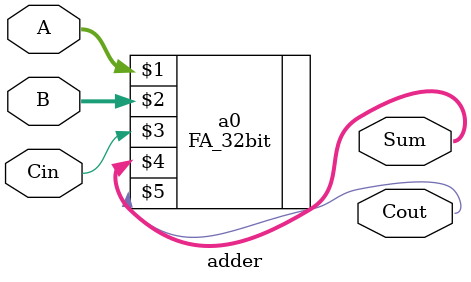
<source format=v>
module adder(A, B, Cin, Sum, Cout);
	
	input signed [31:0] A, B;
	input Cin;
	
	output signed [31:0] Sum;
	output Cout;
	
	//wire [32:0] temp;
	//assign temp = {1'b0,A} + {1'b0,B};
	
	FA_32bit a0 (A, B, Cin, Sum, Cout);//temp[32]);
	
	//assign Cout = temp[32];
	
endmodule

</source>
